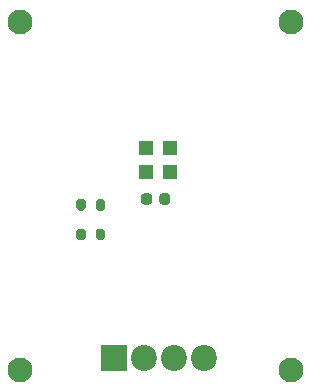
<source format=gts>
%TF.GenerationSoftware,KiCad,Pcbnew,(5.1.12)-1*%
%TF.CreationDate,2022-08-18T11:38:46-07:00*%
%TF.ProjectId,HighPressureSensorArray,48696768-5072-4657-9373-75726553656e,rev?*%
%TF.SameCoordinates,Original*%
%TF.FileFunction,Soldermask,Top*%
%TF.FilePolarity,Negative*%
%FSLAX46Y46*%
G04 Gerber Fmt 4.6, Leading zero omitted, Abs format (unit mm)*
G04 Created by KiCad (PCBNEW (5.1.12)-1) date 2022-08-18 11:38:46*
%MOMM*%
%LPD*%
G01*
G04 APERTURE LIST*
%ADD10C,2.100000*%
%ADD11R,2.200000X2.200000*%
%ADD12C,2.200000*%
%ADD13R,1.300000X1.300000*%
G04 APERTURE END LIST*
G36*
G01*
X104725000Y-66250000D02*
X104725000Y-66750000D01*
G75*
G02*
X104500000Y-66975000I-225000J0D01*
G01*
X104050000Y-66975000D01*
G75*
G02*
X103825000Y-66750000I0J225000D01*
G01*
X103825000Y-66250000D01*
G75*
G02*
X104050000Y-66025000I225000J0D01*
G01*
X104500000Y-66025000D01*
G75*
G02*
X104725000Y-66250000I0J-225000D01*
G01*
G37*
G36*
G01*
X103175000Y-66250000D02*
X103175000Y-66750000D01*
G75*
G02*
X102950000Y-66975000I-225000J0D01*
G01*
X102500000Y-66975000D01*
G75*
G02*
X102275000Y-66750000I0J225000D01*
G01*
X102275000Y-66250000D01*
G75*
G02*
X102500000Y-66025000I225000J0D01*
G01*
X102950000Y-66025000D01*
G75*
G02*
X103175000Y-66250000I0J-225000D01*
G01*
G37*
D10*
X92000000Y-81000000D03*
X92000000Y-51500000D03*
X115000000Y-51500000D03*
X115000000Y-81000000D03*
D11*
X100000000Y-80000000D03*
D12*
X102540000Y-80000000D03*
X105080000Y-80000000D03*
X107620000Y-80000000D03*
G36*
G01*
X99225000Y-69225000D02*
X99225000Y-69775000D01*
G75*
G02*
X99025000Y-69975000I-200000J0D01*
G01*
X98625000Y-69975000D01*
G75*
G02*
X98425000Y-69775000I0J200000D01*
G01*
X98425000Y-69225000D01*
G75*
G02*
X98625000Y-69025000I200000J0D01*
G01*
X99025000Y-69025000D01*
G75*
G02*
X99225000Y-69225000I0J-200000D01*
G01*
G37*
G36*
G01*
X97575000Y-69225000D02*
X97575000Y-69775000D01*
G75*
G02*
X97375000Y-69975000I-200000J0D01*
G01*
X96975000Y-69975000D01*
G75*
G02*
X96775000Y-69775000I0J200000D01*
G01*
X96775000Y-69225000D01*
G75*
G02*
X96975000Y-69025000I200000J0D01*
G01*
X97375000Y-69025000D01*
G75*
G02*
X97575000Y-69225000I0J-200000D01*
G01*
G37*
G36*
G01*
X97575000Y-66725000D02*
X97575000Y-67275000D01*
G75*
G02*
X97375000Y-67475000I-200000J0D01*
G01*
X96975000Y-67475000D01*
G75*
G02*
X96775000Y-67275000I0J200000D01*
G01*
X96775000Y-66725000D01*
G75*
G02*
X96975000Y-66525000I200000J0D01*
G01*
X97375000Y-66525000D01*
G75*
G02*
X97575000Y-66725000I0J-200000D01*
G01*
G37*
G36*
G01*
X99225000Y-66725000D02*
X99225000Y-67275000D01*
G75*
G02*
X99025000Y-67475000I-200000J0D01*
G01*
X98625000Y-67475000D01*
G75*
G02*
X98425000Y-67275000I0J200000D01*
G01*
X98425000Y-66725000D01*
G75*
G02*
X98625000Y-66525000I200000J0D01*
G01*
X99025000Y-66525000D01*
G75*
G02*
X99225000Y-66725000I0J-200000D01*
G01*
G37*
D13*
X102712600Y-64200400D03*
X102712600Y-62200400D03*
X104712600Y-64200400D03*
X104712600Y-62200400D03*
M02*

</source>
